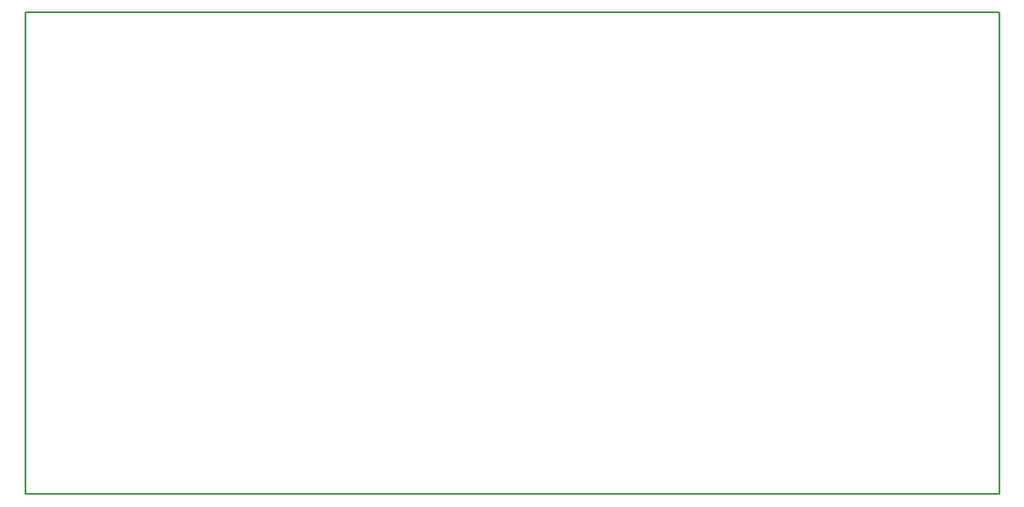
<source format=gm1>
G04 #@! TF.GenerationSoftware,KiCad,Pcbnew,5.0.0-rc2-dev-unknown+dfsg1+20180318-3*
G04 #@! TF.CreationDate,2018-05-10T20:41:14-07:00*
G04 #@! TF.ProjectId,DC26Badge,4443323642616467652E6B696361645F,rev?*
G04 #@! TF.SameCoordinates,Original*
G04 #@! TF.FileFunction,Profile,NP*
%FSLAX46Y46*%
G04 Gerber Fmt 4.6, Leading zero omitted, Abs format (unit mm)*
G04 Created by KiCad (PCBNEW 5.0.0-rc2-dev-unknown+dfsg1+20180318-3) date Thu May 10 20:41:14 2018*
%MOMM*%
%LPD*%
G01*
G04 APERTURE LIST*
%ADD10C,0.150000*%
G04 APERTURE END LIST*
D10*
X189000000Y-23500000D02*
X189000000Y-25000000D01*
X95000000Y-23500000D02*
X189000000Y-23500000D01*
X95000000Y-70000000D02*
X95000000Y-23500000D01*
X189000000Y-70000000D02*
X189000000Y-25000000D01*
X95000000Y-70000000D02*
X189000000Y-70000000D01*
M02*

</source>
